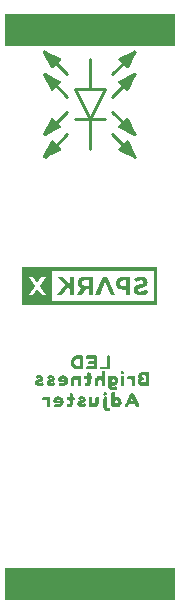
<source format=gbo>
G04 EAGLE Gerber RS-274X export*
G75*
%MOMM*%
%FSLAX34Y34*%
%LPD*%
%INSilkscreen Bottom*%
%IPPOS*%
%AMOC8*
5,1,8,0,0,1.08239X$1,22.5*%
G01*
%ADD10C,0.254000*%
%ADD11R,14.478000X2.667000*%

G36*
X15227Y249563D02*
X15227Y249563D01*
X15234Y249569D01*
X15240Y249562D01*
X129540Y249562D01*
X129587Y249598D01*
X129582Y249605D01*
X129589Y249611D01*
X129589Y281249D01*
X129553Y281297D01*
X129546Y281291D01*
X129540Y281298D01*
X15240Y281298D01*
X15193Y281262D01*
X15198Y281255D01*
X15191Y281249D01*
X15191Y249611D01*
X15227Y249563D01*
G37*
%LPC*%
G36*
X126553Y278262D02*
X126553Y278262D01*
X126553Y252598D01*
X40824Y252598D01*
X40824Y278262D01*
X126553Y278262D01*
G37*
%LPD*%
G36*
X65583Y257732D02*
X65583Y257732D01*
X65596Y257733D01*
X68862Y262615D01*
X71438Y262615D01*
X71438Y257760D01*
X71474Y257713D01*
X71481Y257719D01*
X71487Y257711D01*
X74859Y257711D01*
X74906Y257747D01*
X74901Y257755D01*
X74908Y257760D01*
X74908Y273088D01*
X74872Y273136D01*
X74865Y273130D01*
X74859Y273137D01*
X67852Y273137D01*
X67850Y273136D01*
X67849Y273137D01*
X66555Y273053D01*
X66551Y273050D01*
X66548Y273052D01*
X65406Y272802D01*
X65402Y272797D01*
X65397Y272799D01*
X64408Y272382D01*
X64404Y272375D01*
X64399Y272377D01*
X63561Y271791D01*
X63558Y271783D01*
X63552Y271784D01*
X62886Y271049D01*
X62885Y271040D01*
X62879Y271039D01*
X62404Y270173D01*
X62405Y270165D01*
X62400Y270163D01*
X62365Y270039D01*
X62364Y270039D01*
X62364Y270038D01*
X62197Y269448D01*
X62127Y269201D01*
X62116Y269166D01*
X62118Y269158D01*
X62114Y269155D01*
X62020Y268029D01*
X62021Y268026D01*
X62019Y268025D01*
X62019Y267979D01*
X62023Y267975D01*
X62020Y267972D01*
X62250Y266286D01*
X62258Y266277D01*
X62255Y266270D01*
X62939Y264928D01*
X62950Y264922D01*
X62949Y264915D01*
X63997Y263904D01*
X64007Y263902D01*
X64008Y263896D01*
X65289Y263218D01*
X61571Y257788D01*
X61571Y257779D01*
X61564Y257774D01*
X61572Y257763D01*
X61574Y257729D01*
X61597Y257730D01*
X61612Y257711D01*
X65555Y257711D01*
X65583Y257732D01*
G37*
G36*
X106842Y257770D02*
X106842Y257770D01*
X106836Y257778D01*
X106844Y257783D01*
X106844Y273111D01*
X106808Y273158D01*
X106800Y273153D01*
X106794Y273160D01*
X100531Y273160D01*
X100528Y273158D01*
X100527Y273160D01*
X99215Y273060D01*
X99210Y273056D01*
X99207Y273058D01*
X98050Y272770D01*
X98045Y272765D01*
X98041Y272767D01*
X97039Y272301D01*
X97036Y272294D01*
X97030Y272296D01*
X96192Y271676D01*
X96190Y271669D01*
X96184Y271669D01*
X95511Y270897D01*
X95511Y270889D01*
X95505Y270888D01*
X95012Y269980D01*
X95014Y269972D01*
X95008Y269970D01*
X94985Y269891D01*
X94957Y269792D01*
X94928Y269694D01*
X94899Y269595D01*
X94871Y269497D01*
X94842Y269398D01*
X94813Y269300D01*
X94785Y269202D01*
X94710Y268941D01*
X94712Y268935D01*
X94708Y268932D01*
X94607Y267800D01*
X94608Y267798D01*
X94606Y267796D01*
X94606Y267750D01*
X94619Y267734D01*
X94623Y267714D01*
X94739Y266515D01*
X94744Y266509D01*
X94741Y266504D01*
X95100Y265415D01*
X95107Y265410D01*
X95105Y265404D01*
X95678Y264477D01*
X95686Y264474D01*
X95685Y264468D01*
X96438Y263704D01*
X96446Y263703D01*
X96446Y263697D01*
X97357Y263107D01*
X97364Y263107D01*
X97365Y263102D01*
X98421Y262675D01*
X98427Y262677D01*
X98428Y262673D01*
X99602Y262416D01*
X99607Y262419D01*
X99609Y262415D01*
X100859Y262329D01*
X100861Y262331D01*
X100862Y262329D01*
X103373Y262329D01*
X103373Y257783D01*
X103409Y257736D01*
X103417Y257742D01*
X103422Y257734D01*
X106794Y257734D01*
X106842Y257770D01*
G37*
G36*
X49145Y257731D02*
X49145Y257731D01*
X49158Y257731D01*
X53879Y264211D01*
X55596Y262427D01*
X55596Y257760D01*
X55632Y257713D01*
X55639Y257719D01*
X55645Y257711D01*
X59017Y257711D01*
X59064Y257747D01*
X59059Y257755D01*
X59066Y257760D01*
X59066Y273088D01*
X59030Y273136D01*
X59023Y273130D01*
X59017Y273137D01*
X55645Y273137D01*
X55598Y273101D01*
X55602Y273095D01*
X55598Y273092D01*
X55599Y273090D01*
X55596Y273088D01*
X55596Y266516D01*
X53084Y269221D01*
X49463Y273122D01*
X49437Y273126D01*
X49436Y273128D01*
X49434Y273128D01*
X49427Y273137D01*
X45358Y273137D01*
X45348Y273130D01*
X45335Y273132D01*
X45333Y273118D01*
X45311Y273101D01*
X45327Y273080D01*
X45323Y273054D01*
X49065Y269154D01*
X51535Y266580D01*
X45033Y257790D01*
X45033Y257780D01*
X45025Y257774D01*
X45033Y257763D01*
X45033Y257730D01*
X45058Y257731D01*
X45072Y257711D01*
X49119Y257711D01*
X49145Y257731D01*
G37*
G36*
X34328Y392438D02*
X34328Y392438D01*
X34398Y392435D01*
X34486Y392454D01*
X34575Y392463D01*
X34641Y392487D01*
X34709Y392502D01*
X34858Y392565D01*
X47558Y398915D01*
X47561Y398917D01*
X47566Y398919D01*
X47580Y398928D01*
X47594Y398934D01*
X47678Y398995D01*
X47694Y399006D01*
X47822Y399092D01*
X47825Y399095D01*
X47829Y399097D01*
X47846Y399117D01*
X47851Y399121D01*
X47877Y399152D01*
X47930Y399212D01*
X48034Y399328D01*
X48036Y399332D01*
X48039Y399336D01*
X48109Y399472D01*
X48181Y399611D01*
X48182Y399615D01*
X48184Y399619D01*
X48218Y399769D01*
X48253Y399920D01*
X48253Y399925D01*
X48254Y399929D01*
X48249Y400084D01*
X48245Y400238D01*
X48244Y400243D01*
X48244Y400247D01*
X48201Y400396D01*
X48159Y400544D01*
X48157Y400548D01*
X48155Y400553D01*
X48077Y400686D01*
X47999Y400820D01*
X47996Y400823D01*
X47994Y400827D01*
X47888Y400948D01*
X41538Y407298D01*
X41534Y407300D01*
X41531Y407304D01*
X41454Y407363D01*
X41395Y407419D01*
X41349Y407444D01*
X41286Y407492D01*
X41282Y407494D01*
X41279Y407497D01*
X41165Y407545D01*
X41116Y407572D01*
X41082Y407581D01*
X40994Y407619D01*
X40990Y407620D01*
X40986Y407621D01*
X40840Y407643D01*
X40808Y407652D01*
X40775Y407654D01*
X40680Y407669D01*
X40676Y407668D01*
X40671Y407669D01*
X40519Y407653D01*
X40364Y407639D01*
X40359Y407637D01*
X40355Y407637D01*
X40211Y407584D01*
X40064Y407531D01*
X40061Y407529D01*
X40056Y407527D01*
X39930Y407440D01*
X39801Y407353D01*
X39798Y407349D01*
X39795Y407347D01*
X39773Y407322D01*
X39768Y407318D01*
X39730Y407273D01*
X39693Y407230D01*
X39591Y407114D01*
X39589Y407110D01*
X39586Y407107D01*
X39569Y407078D01*
X39565Y407073D01*
X39560Y407062D01*
X39505Y406968D01*
X33155Y394268D01*
X33132Y394202D01*
X33099Y394139D01*
X33079Y394052D01*
X33049Y393968D01*
X33043Y393898D01*
X33027Y393830D01*
X33029Y393740D01*
X33022Y393651D01*
X33033Y393582D01*
X33035Y393512D01*
X33059Y393425D01*
X33074Y393337D01*
X33102Y393273D01*
X33121Y393206D01*
X33166Y393128D01*
X33202Y393046D01*
X33246Y392991D01*
X33281Y392930D01*
X33344Y392867D01*
X33399Y392796D01*
X33454Y392754D01*
X33504Y392704D01*
X33580Y392657D01*
X33652Y392603D01*
X33716Y392576D01*
X33776Y392540D01*
X33862Y392514D01*
X33944Y392479D01*
X34014Y392468D01*
X34081Y392448D01*
X34170Y392445D01*
X34259Y392431D01*
X34328Y392438D01*
G37*
G36*
X34328Y373388D02*
X34328Y373388D01*
X34398Y373385D01*
X34486Y373404D01*
X34575Y373413D01*
X34641Y373437D01*
X34709Y373452D01*
X34858Y373515D01*
X47558Y379865D01*
X47561Y379867D01*
X47566Y379869D01*
X47580Y379878D01*
X47594Y379884D01*
X47678Y379945D01*
X47694Y379956D01*
X47822Y380042D01*
X47825Y380045D01*
X47829Y380047D01*
X47846Y380067D01*
X47851Y380071D01*
X47877Y380102D01*
X47930Y380162D01*
X48034Y380278D01*
X48036Y380282D01*
X48039Y380286D01*
X48109Y380422D01*
X48181Y380561D01*
X48182Y380565D01*
X48184Y380569D01*
X48218Y380719D01*
X48253Y380870D01*
X48253Y380875D01*
X48254Y380879D01*
X48249Y381034D01*
X48245Y381188D01*
X48244Y381193D01*
X48244Y381197D01*
X48201Y381346D01*
X48159Y381494D01*
X48157Y381498D01*
X48155Y381503D01*
X48077Y381636D01*
X47999Y381770D01*
X47996Y381773D01*
X47994Y381777D01*
X47888Y381898D01*
X41538Y388248D01*
X41534Y388250D01*
X41531Y388254D01*
X41454Y388313D01*
X41395Y388369D01*
X41349Y388394D01*
X41286Y388442D01*
X41282Y388444D01*
X41279Y388447D01*
X41165Y388495D01*
X41116Y388522D01*
X41082Y388531D01*
X40994Y388569D01*
X40990Y388570D01*
X40986Y388571D01*
X40840Y388593D01*
X40808Y388602D01*
X40775Y388604D01*
X40680Y388619D01*
X40676Y388618D01*
X40671Y388619D01*
X40519Y388603D01*
X40364Y388589D01*
X40359Y388587D01*
X40355Y388587D01*
X40211Y388534D01*
X40064Y388481D01*
X40061Y388479D01*
X40056Y388477D01*
X39930Y388390D01*
X39801Y388303D01*
X39798Y388299D01*
X39795Y388297D01*
X39773Y388272D01*
X39768Y388268D01*
X39730Y388223D01*
X39693Y388180D01*
X39591Y388064D01*
X39589Y388060D01*
X39586Y388057D01*
X39569Y388028D01*
X39565Y388023D01*
X39560Y388012D01*
X39505Y387918D01*
X33155Y375218D01*
X33132Y375152D01*
X33099Y375089D01*
X33079Y375002D01*
X33049Y374918D01*
X33043Y374848D01*
X33027Y374780D01*
X33029Y374690D01*
X33022Y374601D01*
X33033Y374532D01*
X33035Y374462D01*
X33059Y374375D01*
X33074Y374287D01*
X33102Y374223D01*
X33121Y374156D01*
X33166Y374078D01*
X33202Y373996D01*
X33246Y373941D01*
X33281Y373880D01*
X33344Y373817D01*
X33399Y373746D01*
X33454Y373704D01*
X33504Y373654D01*
X33580Y373607D01*
X33652Y373553D01*
X33716Y373526D01*
X33776Y373490D01*
X33862Y373464D01*
X33944Y373429D01*
X34014Y373418D01*
X34081Y373398D01*
X34170Y373395D01*
X34259Y373381D01*
X34328Y373388D01*
G37*
G36*
X110608Y392443D02*
X110608Y392443D01*
X110678Y392445D01*
X110765Y392469D01*
X110853Y392484D01*
X110917Y392512D01*
X110984Y392531D01*
X111062Y392576D01*
X111144Y392612D01*
X111199Y392656D01*
X111260Y392691D01*
X111324Y392754D01*
X111394Y392809D01*
X111436Y392864D01*
X111486Y392914D01*
X111533Y392990D01*
X111587Y393062D01*
X111614Y393126D01*
X111651Y393186D01*
X111676Y393272D01*
X111711Y393354D01*
X111722Y393424D01*
X111742Y393491D01*
X111745Y393580D01*
X111759Y393669D01*
X111752Y393738D01*
X111755Y393808D01*
X111736Y393896D01*
X111727Y393985D01*
X111703Y394051D01*
X111688Y394119D01*
X111625Y394268D01*
X105275Y406968D01*
X105273Y406971D01*
X105271Y406976D01*
X105184Y407104D01*
X105177Y407115D01*
X105123Y407201D01*
X105114Y407208D01*
X105099Y407232D01*
X105095Y407235D01*
X105093Y407239D01*
X104978Y407340D01*
X104904Y407406D01*
X104891Y407419D01*
X104889Y407420D01*
X104862Y407444D01*
X104858Y407446D01*
X104854Y407449D01*
X104718Y407519D01*
X104579Y407591D01*
X104575Y407592D01*
X104571Y407594D01*
X104421Y407628D01*
X104270Y407663D01*
X104265Y407663D01*
X104261Y407664D01*
X104163Y407661D01*
X104144Y407662D01*
X104133Y407662D01*
X104110Y407659D01*
X104106Y407659D01*
X103952Y407655D01*
X103947Y407654D01*
X103943Y407654D01*
X103844Y407625D01*
X103817Y407622D01*
X103776Y407606D01*
X103646Y407569D01*
X103642Y407567D01*
X103637Y407565D01*
X103562Y407521D01*
X103521Y407505D01*
X103466Y407465D01*
X103370Y407409D01*
X103367Y407406D01*
X103363Y407404D01*
X103275Y407326D01*
X103264Y407318D01*
X103259Y407312D01*
X103243Y407298D01*
X96893Y400948D01*
X96890Y400944D01*
X96886Y400941D01*
X96793Y400819D01*
X96698Y400696D01*
X96696Y400692D01*
X96693Y400689D01*
X96633Y400547D01*
X96571Y400404D01*
X96571Y400400D01*
X96569Y400396D01*
X96546Y400244D01*
X96521Y400090D01*
X96522Y400086D01*
X96521Y400081D01*
X96537Y399929D01*
X96551Y399774D01*
X96553Y399769D01*
X96553Y399765D01*
X96606Y399621D01*
X96659Y399474D01*
X96661Y399471D01*
X96663Y399466D01*
X96750Y399340D01*
X96813Y399247D01*
X96819Y399238D01*
X96820Y399237D01*
X96837Y399211D01*
X96841Y399208D01*
X96843Y399205D01*
X96960Y399103D01*
X96998Y399069D01*
X97050Y399020D01*
X97059Y399015D01*
X97076Y399001D01*
X97080Y398999D01*
X97083Y398996D01*
X97222Y398915D01*
X109922Y392565D01*
X109988Y392542D01*
X110051Y392509D01*
X110138Y392489D01*
X110222Y392459D01*
X110292Y392453D01*
X110360Y392437D01*
X110450Y392439D01*
X110539Y392432D01*
X110608Y392443D01*
G37*
G36*
X110608Y373393D02*
X110608Y373393D01*
X110678Y373395D01*
X110765Y373419D01*
X110853Y373434D01*
X110917Y373462D01*
X110984Y373481D01*
X111062Y373526D01*
X111144Y373562D01*
X111199Y373606D01*
X111260Y373641D01*
X111324Y373704D01*
X111394Y373759D01*
X111436Y373814D01*
X111486Y373864D01*
X111533Y373940D01*
X111587Y374012D01*
X111614Y374076D01*
X111651Y374136D01*
X111676Y374222D01*
X111711Y374304D01*
X111722Y374374D01*
X111742Y374441D01*
X111745Y374530D01*
X111759Y374619D01*
X111752Y374688D01*
X111755Y374758D01*
X111736Y374846D01*
X111727Y374935D01*
X111703Y375001D01*
X111688Y375069D01*
X111625Y375218D01*
X105275Y387918D01*
X105273Y387921D01*
X105271Y387926D01*
X105184Y388054D01*
X105177Y388065D01*
X105123Y388151D01*
X105114Y388158D01*
X105099Y388182D01*
X105095Y388185D01*
X105093Y388189D01*
X104978Y388290D01*
X104904Y388356D01*
X104891Y388369D01*
X104889Y388370D01*
X104862Y388394D01*
X104858Y388396D01*
X104854Y388399D01*
X104718Y388469D01*
X104579Y388541D01*
X104575Y388542D01*
X104571Y388544D01*
X104421Y388578D01*
X104270Y388613D01*
X104265Y388613D01*
X104261Y388614D01*
X104163Y388611D01*
X104144Y388612D01*
X104133Y388612D01*
X104110Y388609D01*
X104106Y388609D01*
X103952Y388605D01*
X103947Y388604D01*
X103943Y388604D01*
X103844Y388575D01*
X103817Y388572D01*
X103776Y388556D01*
X103646Y388519D01*
X103642Y388517D01*
X103637Y388515D01*
X103562Y388471D01*
X103521Y388455D01*
X103466Y388415D01*
X103370Y388359D01*
X103367Y388356D01*
X103363Y388354D01*
X103275Y388276D01*
X103264Y388268D01*
X103259Y388262D01*
X103243Y388248D01*
X96893Y381898D01*
X96890Y381894D01*
X96886Y381891D01*
X96793Y381769D01*
X96698Y381646D01*
X96696Y381642D01*
X96693Y381639D01*
X96633Y381497D01*
X96571Y381354D01*
X96571Y381350D01*
X96569Y381346D01*
X96546Y381194D01*
X96521Y381040D01*
X96522Y381036D01*
X96521Y381031D01*
X96537Y380879D01*
X96551Y380724D01*
X96553Y380719D01*
X96553Y380715D01*
X96606Y380571D01*
X96659Y380424D01*
X96661Y380421D01*
X96663Y380416D01*
X96750Y380290D01*
X96813Y380197D01*
X96819Y380188D01*
X96820Y380187D01*
X96837Y380161D01*
X96841Y380158D01*
X96843Y380155D01*
X96960Y380053D01*
X96998Y380019D01*
X97050Y379970D01*
X97059Y379965D01*
X97076Y379951D01*
X97080Y379949D01*
X97083Y379946D01*
X97222Y379865D01*
X109922Y373515D01*
X109988Y373492D01*
X110051Y373459D01*
X110138Y373439D01*
X110222Y373409D01*
X110292Y373403D01*
X110360Y373387D01*
X110450Y373389D01*
X110539Y373382D01*
X110608Y373393D01*
G37*
G36*
X40674Y449591D02*
X40674Y449591D01*
X40828Y449595D01*
X40833Y449596D01*
X40837Y449596D01*
X40986Y449639D01*
X41134Y449681D01*
X41138Y449683D01*
X41143Y449685D01*
X41276Y449763D01*
X41410Y449841D01*
X41413Y449844D01*
X41417Y449846D01*
X41538Y449953D01*
X47888Y456303D01*
X47890Y456306D01*
X47894Y456309D01*
X47983Y456426D01*
X48058Y456516D01*
X48065Y456531D01*
X48082Y456554D01*
X48084Y456558D01*
X48087Y456562D01*
X48147Y456703D01*
X48160Y456734D01*
X48193Y456803D01*
X48195Y456814D01*
X48209Y456846D01*
X48210Y456850D01*
X48211Y456854D01*
X48234Y457006D01*
X48245Y457076D01*
X48253Y457116D01*
X48253Y457122D01*
X48259Y457160D01*
X48258Y457164D01*
X48259Y457169D01*
X48243Y457321D01*
X48234Y457424D01*
X48233Y457433D01*
X48233Y457435D01*
X48229Y457476D01*
X48227Y457481D01*
X48227Y457485D01*
X48174Y457629D01*
X48121Y457776D01*
X48119Y457779D01*
X48117Y457784D01*
X48030Y457910D01*
X47943Y458039D01*
X47939Y458042D01*
X47937Y458045D01*
X47820Y458147D01*
X47704Y458249D01*
X47700Y458251D01*
X47697Y458254D01*
X47558Y458335D01*
X34858Y464685D01*
X34810Y464702D01*
X34774Y464722D01*
X34757Y464726D01*
X34729Y464741D01*
X34642Y464761D01*
X34558Y464791D01*
X34488Y464797D01*
X34420Y464813D01*
X34330Y464811D01*
X34241Y464818D01*
X34172Y464807D01*
X34102Y464805D01*
X34015Y464781D01*
X33927Y464766D01*
X33863Y464738D01*
X33796Y464719D01*
X33718Y464674D01*
X33636Y464638D01*
X33581Y464595D01*
X33520Y464559D01*
X33457Y464496D01*
X33386Y464441D01*
X33344Y464386D01*
X33294Y464336D01*
X33247Y464260D01*
X33193Y464189D01*
X33166Y464124D01*
X33130Y464064D01*
X33104Y463978D01*
X33069Y463896D01*
X33058Y463826D01*
X33038Y463759D01*
X33035Y463670D01*
X33029Y463632D01*
X33027Y463623D01*
X33027Y463621D01*
X33021Y463581D01*
X33028Y463512D01*
X33025Y463442D01*
X33044Y463356D01*
X33047Y463306D01*
X33050Y463295D01*
X33053Y463265D01*
X33077Y463199D01*
X33092Y463131D01*
X33141Y463015D01*
X33145Y463003D01*
X33148Y462998D01*
X33155Y462982D01*
X39505Y450282D01*
X39507Y450279D01*
X39509Y450274D01*
X39596Y450146D01*
X39682Y450018D01*
X39685Y450015D01*
X39687Y450011D01*
X39802Y449910D01*
X39918Y449806D01*
X39922Y449804D01*
X39926Y449801D01*
X40062Y449731D01*
X40201Y449659D01*
X40205Y449658D01*
X40209Y449656D01*
X40359Y449623D01*
X40510Y449587D01*
X40515Y449587D01*
X40519Y449587D01*
X40674Y449591D01*
G37*
G36*
X40674Y430541D02*
X40674Y430541D01*
X40828Y430545D01*
X40833Y430546D01*
X40837Y430546D01*
X40986Y430589D01*
X41134Y430631D01*
X41138Y430633D01*
X41143Y430635D01*
X41276Y430713D01*
X41410Y430791D01*
X41413Y430794D01*
X41417Y430796D01*
X41538Y430903D01*
X47888Y437253D01*
X47890Y437256D01*
X47894Y437259D01*
X47983Y437376D01*
X48058Y437466D01*
X48065Y437481D01*
X48082Y437504D01*
X48084Y437508D01*
X48087Y437512D01*
X48147Y437653D01*
X48160Y437684D01*
X48193Y437753D01*
X48195Y437764D01*
X48209Y437796D01*
X48210Y437800D01*
X48211Y437804D01*
X48234Y437956D01*
X48245Y438026D01*
X48253Y438066D01*
X48253Y438072D01*
X48259Y438110D01*
X48258Y438114D01*
X48259Y438119D01*
X48243Y438271D01*
X48234Y438374D01*
X48233Y438383D01*
X48233Y438385D01*
X48229Y438426D01*
X48227Y438431D01*
X48227Y438435D01*
X48174Y438579D01*
X48121Y438726D01*
X48119Y438729D01*
X48117Y438734D01*
X48030Y438860D01*
X47943Y438989D01*
X47939Y438992D01*
X47937Y438995D01*
X47820Y439097D01*
X47704Y439199D01*
X47700Y439201D01*
X47697Y439204D01*
X47558Y439285D01*
X34858Y445635D01*
X34810Y445652D01*
X34774Y445672D01*
X34757Y445676D01*
X34729Y445691D01*
X34642Y445711D01*
X34558Y445741D01*
X34488Y445747D01*
X34420Y445763D01*
X34330Y445761D01*
X34241Y445768D01*
X34172Y445757D01*
X34102Y445755D01*
X34015Y445731D01*
X33927Y445716D01*
X33863Y445688D01*
X33796Y445669D01*
X33718Y445624D01*
X33636Y445588D01*
X33581Y445545D01*
X33520Y445509D01*
X33457Y445446D01*
X33386Y445391D01*
X33344Y445336D01*
X33294Y445286D01*
X33247Y445210D01*
X33193Y445139D01*
X33166Y445074D01*
X33130Y445014D01*
X33104Y444928D01*
X33069Y444846D01*
X33058Y444776D01*
X33038Y444709D01*
X33035Y444620D01*
X33029Y444582D01*
X33027Y444573D01*
X33027Y444571D01*
X33021Y444531D01*
X33028Y444462D01*
X33025Y444392D01*
X33044Y444306D01*
X33047Y444256D01*
X33050Y444245D01*
X33053Y444215D01*
X33077Y444149D01*
X33092Y444081D01*
X33141Y443965D01*
X33145Y443953D01*
X33148Y443948D01*
X33155Y443932D01*
X39505Y431232D01*
X39507Y431229D01*
X39509Y431224D01*
X39596Y431096D01*
X39682Y430968D01*
X39685Y430965D01*
X39687Y430961D01*
X39802Y430860D01*
X39918Y430756D01*
X39922Y430754D01*
X39926Y430751D01*
X40062Y430681D01*
X40201Y430609D01*
X40205Y430608D01*
X40209Y430606D01*
X40359Y430573D01*
X40510Y430537D01*
X40515Y430537D01*
X40519Y430537D01*
X40674Y430541D01*
G37*
G36*
X104261Y430547D02*
X104261Y430547D01*
X104416Y430561D01*
X104421Y430563D01*
X104425Y430563D01*
X104569Y430616D01*
X104716Y430669D01*
X104719Y430671D01*
X104724Y430673D01*
X104850Y430760D01*
X104979Y430847D01*
X104982Y430851D01*
X104985Y430853D01*
X105087Y430970D01*
X105189Y431086D01*
X105191Y431090D01*
X105194Y431093D01*
X105275Y431232D01*
X111625Y443932D01*
X111648Y443998D01*
X111681Y444061D01*
X111687Y444086D01*
X111693Y444100D01*
X111704Y444157D01*
X111731Y444232D01*
X111737Y444302D01*
X111753Y444370D01*
X111752Y444406D01*
X111753Y444412D01*
X111751Y444445D01*
X111751Y444460D01*
X111758Y444549D01*
X111747Y444618D01*
X111745Y444688D01*
X111721Y444775D01*
X111706Y444863D01*
X111678Y444927D01*
X111659Y444994D01*
X111614Y445072D01*
X111578Y445154D01*
X111535Y445209D01*
X111499Y445270D01*
X111436Y445334D01*
X111381Y445404D01*
X111326Y445446D01*
X111276Y445496D01*
X111200Y445543D01*
X111129Y445597D01*
X111064Y445624D01*
X111004Y445661D01*
X110918Y445686D01*
X110836Y445721D01*
X110766Y445732D01*
X110699Y445752D01*
X110610Y445755D01*
X110521Y445769D01*
X110452Y445762D01*
X110382Y445765D01*
X110294Y445746D01*
X110205Y445737D01*
X110167Y445723D01*
X110159Y445722D01*
X110132Y445711D01*
X110071Y445698D01*
X109922Y445635D01*
X97222Y439285D01*
X97219Y439283D01*
X97214Y439281D01*
X97086Y439194D01*
X96958Y439109D01*
X96955Y439105D01*
X96951Y439103D01*
X96850Y438988D01*
X96746Y438872D01*
X96744Y438868D01*
X96741Y438864D01*
X96671Y438728D01*
X96599Y438589D01*
X96598Y438585D01*
X96596Y438581D01*
X96563Y438431D01*
X96527Y438280D01*
X96527Y438275D01*
X96527Y438271D01*
X96528Y438230D01*
X96527Y438227D01*
X96529Y438203D01*
X96531Y438116D01*
X96535Y437962D01*
X96536Y437957D01*
X96536Y437953D01*
X96546Y437918D01*
X96547Y437909D01*
X96565Y437854D01*
X96580Y437803D01*
X96621Y437656D01*
X96623Y437652D01*
X96625Y437647D01*
X96640Y437620D01*
X96645Y437607D01*
X96697Y437525D01*
X96703Y437514D01*
X96781Y437380D01*
X96784Y437377D01*
X96786Y437373D01*
X96810Y437347D01*
X96815Y437338D01*
X96827Y437327D01*
X96893Y437253D01*
X103243Y430903D01*
X103246Y430900D01*
X103249Y430896D01*
X103371Y430803D01*
X103494Y430708D01*
X103498Y430706D01*
X103502Y430703D01*
X103643Y430643D01*
X103786Y430581D01*
X103790Y430581D01*
X103794Y430579D01*
X103946Y430556D01*
X104100Y430531D01*
X104104Y430532D01*
X104109Y430531D01*
X104261Y430547D01*
G37*
G36*
X104261Y449597D02*
X104261Y449597D01*
X104416Y449611D01*
X104421Y449613D01*
X104425Y449613D01*
X104569Y449666D01*
X104716Y449719D01*
X104719Y449721D01*
X104724Y449723D01*
X104850Y449810D01*
X104979Y449897D01*
X104982Y449901D01*
X104985Y449903D01*
X105087Y450020D01*
X105189Y450136D01*
X105191Y450140D01*
X105194Y450143D01*
X105275Y450282D01*
X111625Y462982D01*
X111648Y463048D01*
X111681Y463111D01*
X111687Y463136D01*
X111693Y463150D01*
X111704Y463207D01*
X111731Y463282D01*
X111737Y463352D01*
X111753Y463420D01*
X111752Y463456D01*
X111753Y463462D01*
X111751Y463495D01*
X111751Y463510D01*
X111758Y463599D01*
X111747Y463668D01*
X111745Y463738D01*
X111721Y463825D01*
X111706Y463913D01*
X111678Y463977D01*
X111659Y464044D01*
X111614Y464122D01*
X111578Y464204D01*
X111535Y464259D01*
X111499Y464320D01*
X111436Y464384D01*
X111381Y464454D01*
X111326Y464496D01*
X111276Y464546D01*
X111200Y464593D01*
X111129Y464647D01*
X111064Y464674D01*
X111004Y464711D01*
X110918Y464736D01*
X110836Y464771D01*
X110766Y464782D01*
X110699Y464802D01*
X110610Y464805D01*
X110521Y464819D01*
X110452Y464812D01*
X110382Y464815D01*
X110294Y464796D01*
X110205Y464787D01*
X110167Y464773D01*
X110159Y464772D01*
X110132Y464761D01*
X110071Y464748D01*
X109922Y464685D01*
X97222Y458335D01*
X97219Y458333D01*
X97214Y458331D01*
X97086Y458244D01*
X96958Y458159D01*
X96955Y458155D01*
X96951Y458153D01*
X96850Y458038D01*
X96746Y457922D01*
X96744Y457918D01*
X96741Y457914D01*
X96671Y457778D01*
X96599Y457639D01*
X96598Y457635D01*
X96596Y457631D01*
X96563Y457481D01*
X96527Y457330D01*
X96527Y457325D01*
X96527Y457321D01*
X96528Y457280D01*
X96527Y457277D01*
X96529Y457253D01*
X96531Y457166D01*
X96535Y457012D01*
X96536Y457007D01*
X96536Y457003D01*
X96546Y456968D01*
X96547Y456959D01*
X96565Y456904D01*
X96580Y456853D01*
X96621Y456706D01*
X96623Y456702D01*
X96625Y456697D01*
X96640Y456670D01*
X96645Y456657D01*
X96697Y456575D01*
X96703Y456564D01*
X96781Y456430D01*
X96784Y456427D01*
X96786Y456423D01*
X96810Y456397D01*
X96815Y456388D01*
X96827Y456377D01*
X96893Y456303D01*
X103243Y449953D01*
X103246Y449950D01*
X103249Y449946D01*
X103371Y449853D01*
X103494Y449758D01*
X103498Y449756D01*
X103502Y449753D01*
X103643Y449693D01*
X103786Y449631D01*
X103790Y449631D01*
X103794Y449629D01*
X103946Y449606D01*
X104100Y449581D01*
X104104Y449582D01*
X104109Y449581D01*
X104261Y449597D01*
G37*
G36*
X115334Y257463D02*
X115334Y257463D01*
X115337Y257460D01*
X117074Y257612D01*
X117079Y257617D01*
X117083Y257614D01*
X118786Y258067D01*
X118790Y258073D01*
X118794Y258070D01*
X120403Y258834D01*
X120407Y258840D01*
X120412Y258839D01*
X121866Y259927D01*
X121873Y259954D01*
X121879Y259958D01*
X121876Y259963D01*
X121882Y259984D01*
X121872Y259987D01*
X121874Y259998D01*
X119885Y262387D01*
X119827Y262400D01*
X119826Y262393D01*
X119819Y262395D01*
X118754Y261628D01*
X117668Y261041D01*
X116517Y260668D01*
X115264Y260542D01*
X114339Y260641D01*
X113658Y260922D01*
X113237Y261360D01*
X113096Y261950D01*
X113096Y261984D01*
X113217Y262548D01*
X113658Y263000D01*
X114595Y263429D01*
X116158Y263885D01*
X116158Y263886D01*
X118273Y264526D01*
X118277Y264532D01*
X118282Y264529D01*
X119882Y265398D01*
X119886Y265407D01*
X119893Y265406D01*
X120475Y265982D01*
X120476Y265990D01*
X120482Y265991D01*
X120918Y266696D01*
X120917Y266702D01*
X120922Y266705D01*
X120921Y266706D01*
X120923Y266707D01*
X121196Y267572D01*
X121193Y267579D01*
X121198Y267582D01*
X121291Y268626D01*
X121289Y268629D01*
X121291Y268630D01*
X121291Y268676D01*
X121289Y268679D01*
X121291Y268681D01*
X121243Y269193D01*
X121196Y269685D01*
X121190Y269691D01*
X121193Y269696D01*
X120900Y270589D01*
X120893Y270594D01*
X120895Y270599D01*
X120424Y271380D01*
X120417Y271383D01*
X120418Y271388D01*
X119792Y272059D01*
X119784Y272060D01*
X119784Y272066D01*
X119007Y272603D01*
X119000Y272603D01*
X118998Y272607D01*
X118084Y273008D01*
X118078Y273006D01*
X118076Y273010D01*
X117047Y273258D01*
X117042Y273256D01*
X117039Y273259D01*
X115908Y273343D01*
X115903Y273340D01*
X115900Y273343D01*
X114282Y273216D01*
X114277Y273212D01*
X114274Y273215D01*
X112794Y272839D01*
X112790Y272834D01*
X112786Y272836D01*
X111434Y272228D01*
X111431Y272222D01*
X111427Y272224D01*
X110184Y271392D01*
X110178Y271374D01*
X110171Y271368D01*
X110175Y271363D01*
X110165Y271335D01*
X110174Y271332D01*
X110171Y271323D01*
X111662Y269160D01*
X111920Y268785D01*
X111977Y268767D01*
X111979Y268773D01*
X111984Y268770D01*
X112664Y269145D01*
X113992Y269876D01*
X114965Y270172D01*
X115938Y270272D01*
X116782Y270174D01*
X117382Y269893D01*
X117737Y269484D01*
X117809Y269177D01*
X117855Y268979D01*
X117855Y268944D01*
X117722Y268313D01*
X117226Y267838D01*
X116220Y267431D01*
X114588Y266975D01*
X114587Y266973D01*
X114586Y266974D01*
X112505Y266288D01*
X112501Y266282D01*
X112495Y266284D01*
X110964Y265369D01*
X110960Y265360D01*
X110953Y265361D01*
X110402Y264779D01*
X110401Y264771D01*
X110396Y264770D01*
X109998Y264095D01*
X109999Y264086D01*
X109993Y264084D01*
X109884Y263728D01*
X109752Y263294D01*
X109755Y263287D01*
X109751Y263285D01*
X109750Y263284D01*
X109671Y262348D01*
X109673Y262345D01*
X109671Y262344D01*
X109671Y262252D01*
X109673Y262250D01*
X109671Y262248D01*
X109774Y261176D01*
X109780Y261170D01*
X109776Y261165D01*
X110085Y260214D01*
X110092Y260209D01*
X110090Y260204D01*
X110585Y259392D01*
X110593Y259389D01*
X110592Y259383D01*
X111251Y258709D01*
X111259Y258708D01*
X111260Y258702D01*
X112078Y258176D01*
X112084Y258177D01*
X112086Y258172D01*
X113039Y257783D01*
X113045Y257785D01*
X113047Y257781D01*
X114129Y257540D01*
X114134Y257542D01*
X114137Y257539D01*
X115329Y257460D01*
X115334Y257463D01*
G37*
G36*
X65193Y194713D02*
X65193Y194713D01*
X65195Y194711D01*
X66195Y194811D01*
X66215Y194830D01*
X66228Y194829D01*
X66628Y195329D01*
X66629Y195337D01*
X66630Y195338D01*
X66629Y195340D01*
X66629Y195348D01*
X66639Y195354D01*
X66739Y196154D01*
X66737Y196158D01*
X66739Y196160D01*
X66739Y205560D01*
X66733Y205568D01*
X66737Y205574D01*
X66537Y206274D01*
X66518Y206288D01*
X66517Y206301D01*
X65917Y206701D01*
X65897Y206700D01*
X65890Y206709D01*
X61890Y206709D01*
X61886Y206706D01*
X61884Y206709D01*
X61084Y206609D01*
X61081Y206606D01*
X61078Y206608D01*
X60278Y206408D01*
X60273Y206402D01*
X60268Y206404D01*
X59468Y206004D01*
X59465Y205999D01*
X59461Y206000D01*
X58061Y205000D01*
X58058Y204989D01*
X58050Y204989D01*
X57050Y203589D01*
X57050Y203581D01*
X57045Y203579D01*
X56745Y202879D01*
X56745Y202878D01*
X56744Y202877D01*
X56444Y202077D01*
X56446Y202069D01*
X56441Y202065D01*
X56341Y201165D01*
X56343Y201162D01*
X56341Y201160D01*
X56341Y200360D01*
X56343Y200357D01*
X56341Y200355D01*
X56441Y199455D01*
X56447Y199448D01*
X56444Y199443D01*
X56744Y198643D01*
X56745Y198642D01*
X56745Y198641D01*
X57045Y197941D01*
X57047Y197939D01*
X57046Y197938D01*
X57446Y197138D01*
X57456Y197133D01*
X57455Y197125D01*
X58655Y195925D01*
X58661Y195924D01*
X58661Y195920D01*
X59361Y195420D01*
X59371Y195420D01*
X59373Y195414D01*
X60973Y194814D01*
X60981Y194816D01*
X60984Y194811D01*
X61784Y194711D01*
X61788Y194713D01*
X61790Y194711D01*
X65190Y194711D01*
X65193Y194713D01*
G37*
G36*
X120963Y180743D02*
X120963Y180743D01*
X120965Y180741D01*
X121965Y180841D01*
X121979Y180854D01*
X121991Y180852D01*
X122491Y181252D01*
X122495Y181267D01*
X122498Y181269D01*
X122496Y181272D01*
X122497Y181278D01*
X122509Y181285D01*
X122609Y182185D01*
X122607Y182188D01*
X122609Y182190D01*
X122609Y191590D01*
X122603Y191598D01*
X122607Y191604D01*
X122407Y192304D01*
X122386Y192319D01*
X122384Y192333D01*
X121684Y192733D01*
X121667Y192730D01*
X121660Y192739D01*
X116360Y192739D01*
X116350Y192732D01*
X116343Y192736D01*
X115543Y192436D01*
X115540Y192431D01*
X115536Y192433D01*
X114836Y192033D01*
X114832Y192024D01*
X114825Y192025D01*
X114225Y191425D01*
X114224Y191419D01*
X114220Y191419D01*
X113720Y190719D01*
X113720Y190709D01*
X113712Y190703D01*
X113713Y190702D01*
X113712Y190702D01*
X113512Y189902D01*
X113514Y189898D01*
X113511Y189896D01*
X113411Y189096D01*
X113415Y189089D01*
X113411Y189085D01*
X113511Y188185D01*
X113517Y188178D01*
X113514Y188173D01*
X113814Y187373D01*
X113821Y187368D01*
X113819Y187363D01*
X114000Y187091D01*
X113520Y186419D01*
X113520Y186409D01*
X113514Y186407D01*
X113214Y185607D01*
X113216Y185599D01*
X113211Y185596D01*
X113111Y184796D01*
X113113Y184793D01*
X113113Y184792D01*
X113111Y184790D01*
X113111Y183890D01*
X113116Y183883D01*
X113112Y183878D01*
X113312Y183078D01*
X113320Y183072D01*
X113317Y183066D01*
X113717Y182366D01*
X113724Y182363D01*
X113723Y182358D01*
X114323Y181658D01*
X114331Y181656D01*
X114331Y181650D01*
X115031Y181150D01*
X115041Y181150D01*
X115043Y181144D01*
X115843Y180844D01*
X115851Y180846D01*
X115854Y180841D01*
X116654Y180741D01*
X116658Y180743D01*
X116660Y180741D01*
X120960Y180741D01*
X120963Y180743D01*
G37*
%LPC*%
G36*
X20740Y257810D02*
X20740Y257810D01*
X24868Y263862D01*
X26036Y265574D01*
X26034Y265622D01*
X26036Y265629D01*
X20968Y273039D01*
X24677Y273039D01*
X27909Y268089D01*
X27913Y268088D01*
X27913Y268084D01*
X27923Y268084D01*
X27965Y268069D01*
X27972Y268088D01*
X27991Y268089D01*
X31200Y273039D01*
X35024Y273039D01*
X29955Y265583D01*
X29958Y265535D01*
X29956Y265528D01*
X31099Y263862D01*
X35252Y257810D01*
X31543Y257810D01*
X28094Y263045D01*
X28090Y263047D01*
X28090Y263051D01*
X28081Y263050D01*
X28038Y263065D01*
X28032Y263047D01*
X28012Y263045D01*
X24586Y257810D01*
X20740Y257810D01*
G37*
%LPD*%
G36*
X80794Y257740D02*
X80794Y257740D01*
X80802Y257742D01*
X85397Y269014D01*
X89992Y257742D01*
X90033Y257718D01*
X90038Y257711D01*
X93478Y257711D01*
X93481Y257714D01*
X93485Y257712D01*
X93489Y257719D01*
X93526Y257747D01*
X93514Y257763D01*
X93524Y257780D01*
X88661Y269207D01*
X86951Y273222D01*
X86912Y273245D01*
X86906Y273252D01*
X83797Y273252D01*
X83760Y273224D01*
X83752Y273222D01*
X82044Y269207D01*
X77180Y257780D01*
X77181Y257776D01*
X77177Y257774D01*
X77183Y257767D01*
X77194Y257722D01*
X77213Y257727D01*
X77225Y257711D01*
X80757Y257711D01*
X80794Y257740D01*
G37*
G36*
X76893Y194713D02*
X76893Y194713D01*
X76895Y194711D01*
X77895Y194811D01*
X77907Y194823D01*
X77917Y194819D01*
X78517Y195219D01*
X78524Y195237D01*
X78526Y195239D01*
X78525Y195241D01*
X78527Y195247D01*
X78539Y195254D01*
X78639Y196054D01*
X78637Y196058D01*
X78639Y196060D01*
X78639Y205460D01*
X78634Y205467D01*
X78638Y205472D01*
X78438Y206272D01*
X78418Y206288D01*
X78417Y206301D01*
X77817Y206701D01*
X77797Y206700D01*
X77790Y206709D01*
X70090Y206709D01*
X70074Y206697D01*
X70063Y206701D01*
X69463Y206301D01*
X69454Y206276D01*
X69442Y206271D01*
X69242Y205371D01*
X69245Y205363D01*
X69244Y205362D01*
X69246Y205359D01*
X69241Y205355D01*
X69341Y204355D01*
X69357Y204338D01*
X69355Y204325D01*
X69855Y203825D01*
X69878Y203822D01*
X69884Y203811D01*
X70684Y203711D01*
X70688Y203713D01*
X70690Y203711D01*
X74987Y203711D01*
X75641Y203617D01*
X75641Y202863D01*
X75547Y202109D01*
X72190Y202109D01*
X72182Y202103D01*
X72176Y202107D01*
X71476Y201907D01*
X71462Y201888D01*
X71449Y201887D01*
X71049Y201287D01*
X71050Y201279D01*
X71043Y201274D01*
X71049Y201266D01*
X71041Y201260D01*
X71041Y200160D01*
X71052Y200146D01*
X71047Y200136D01*
X71447Y199436D01*
X71472Y199425D01*
X71476Y199413D01*
X72176Y199213D01*
X72186Y199216D01*
X72190Y199211D01*
X75547Y199211D01*
X75641Y198457D01*
X75641Y197709D01*
X70590Y197709D01*
X70583Y197704D01*
X70578Y197708D01*
X69778Y197508D01*
X69764Y197490D01*
X69752Y197491D01*
X69352Y196991D01*
X69351Y196971D01*
X69341Y196964D01*
X69241Y195864D01*
X69247Y195854D01*
X69242Y195848D01*
X69442Y195048D01*
X69465Y195029D01*
X69468Y195016D01*
X70068Y194716D01*
X70084Y194719D01*
X70090Y194711D01*
X76890Y194711D01*
X76893Y194713D01*
G37*
G36*
X92565Y177048D02*
X92565Y177048D01*
X92572Y177042D01*
X93372Y177242D01*
X93375Y177246D01*
X93377Y177244D01*
X94177Y177544D01*
X94180Y177549D01*
X94184Y177547D01*
X95084Y178047D01*
X95087Y178053D01*
X95092Y178052D01*
X95692Y178552D01*
X95700Y178588D01*
X95709Y178597D01*
X95609Y179297D01*
X95601Y179305D01*
X95604Y179312D01*
X95204Y180112D01*
X95191Y180118D01*
X95192Y180128D01*
X94592Y180628D01*
X94569Y180629D01*
X94564Y180636D01*
X94551Y180636D01*
X94548Y180633D01*
X94543Y180636D01*
X93743Y180336D01*
X93741Y180333D01*
X93738Y180334D01*
X92945Y179938D01*
X92263Y179840D01*
X91488Y180034D01*
X91005Y180612D01*
X90809Y181495D01*
X90809Y181871D01*
X91325Y181355D01*
X91344Y181353D01*
X91348Y181342D01*
X92148Y181142D01*
X92152Y181144D01*
X92154Y181141D01*
X92954Y181041D01*
X92965Y181048D01*
X92972Y181042D01*
X93772Y181242D01*
X93778Y181250D01*
X93784Y181247D01*
X94484Y181647D01*
X94487Y181654D01*
X94492Y181653D01*
X95192Y182253D01*
X95193Y182258D01*
X95197Y182258D01*
X95797Y182958D01*
X95798Y182965D01*
X95803Y182966D01*
X96203Y183666D01*
X96202Y183672D01*
X96207Y183676D01*
X96206Y183677D01*
X96208Y183678D01*
X96408Y184478D01*
X96406Y184483D01*
X96409Y184485D01*
X96509Y185385D01*
X96505Y185392D01*
X96509Y185396D01*
X96409Y186196D01*
X96403Y186202D01*
X96406Y186207D01*
X96106Y187007D01*
X96101Y187010D01*
X96103Y187014D01*
X95703Y187714D01*
X95696Y187717D01*
X95697Y187722D01*
X95097Y188422D01*
X95089Y188424D01*
X95089Y188430D01*
X94389Y188930D01*
X94385Y188930D01*
X94384Y188933D01*
X93684Y189333D01*
X93671Y189331D01*
X93666Y189339D01*
X92866Y189439D01*
X92859Y189435D01*
X92855Y189439D01*
X91955Y189339D01*
X91946Y189330D01*
X91938Y189334D01*
X91144Y188937D01*
X90683Y188845D01*
X90301Y189417D01*
X90272Y189427D01*
X90265Y189439D01*
X89265Y189539D01*
X89254Y189532D01*
X89246Y189537D01*
X88546Y189337D01*
X88534Y189321D01*
X88522Y189322D01*
X88022Y188722D01*
X88021Y188702D01*
X88011Y188695D01*
X87911Y187795D01*
X87913Y187792D01*
X87911Y187790D01*
X87911Y181090D01*
X87913Y181087D01*
X87911Y181085D01*
X88011Y180185D01*
X88017Y180178D01*
X88014Y180173D01*
X88314Y179373D01*
X88322Y179368D01*
X88320Y179361D01*
X88820Y178661D01*
X88826Y178660D01*
X88825Y178655D01*
X89425Y178055D01*
X89435Y178054D01*
X89436Y178047D01*
X90136Y177647D01*
X90138Y177648D01*
X90138Y177646D01*
X90938Y177246D01*
X90950Y177248D01*
X90954Y177241D01*
X92554Y177041D01*
X92565Y177048D01*
G37*
G36*
X92701Y162969D02*
X92701Y162969D01*
X92709Y162965D01*
X93409Y163265D01*
X93416Y163276D01*
X93425Y163275D01*
X93725Y163575D01*
X93726Y163586D01*
X93728Y163588D01*
X93727Y163590D01*
X93727Y163594D01*
X93738Y163598D01*
X93743Y163618D01*
X93762Y163577D01*
X93763Y163569D01*
X94363Y163169D01*
X94375Y163170D01*
X94378Y163162D01*
X95178Y162962D01*
X95186Y162966D01*
X95190Y162961D01*
X96090Y162961D01*
X96101Y162969D01*
X96109Y162965D01*
X96809Y163265D01*
X96811Y163267D01*
X96812Y163266D01*
X97612Y163666D01*
X97618Y163679D01*
X97627Y163678D01*
X98227Y164378D01*
X98228Y164381D01*
X98230Y164381D01*
X98730Y165081D01*
X98730Y165085D01*
X98733Y165086D01*
X99133Y165786D01*
X99131Y165795D01*
X99138Y165798D01*
X99338Y166598D01*
X99334Y166606D01*
X99339Y166610D01*
X99339Y167510D01*
X99336Y167514D01*
X99339Y167516D01*
X99239Y168316D01*
X99233Y168322D01*
X99236Y168327D01*
X98936Y169127D01*
X98931Y169130D01*
X98933Y169134D01*
X98533Y169834D01*
X98526Y169837D01*
X98527Y169842D01*
X97927Y170542D01*
X97919Y170544D01*
X97919Y170550D01*
X97219Y171050D01*
X97213Y171050D01*
X97212Y171054D01*
X96412Y171454D01*
X96401Y171452D01*
X96397Y171459D01*
X95697Y171559D01*
X95689Y171554D01*
X95685Y171559D01*
X94785Y171459D01*
X94778Y171453D01*
X94773Y171456D01*
X93973Y171156D01*
X93971Y171153D01*
X93968Y171154D01*
X93639Y170990D01*
X93639Y174310D01*
X93636Y174314D01*
X93639Y174316D01*
X93539Y175116D01*
X93523Y175132D01*
X93525Y175145D01*
X93325Y175345D01*
X93306Y175347D01*
X93302Y175358D01*
X92502Y175558D01*
X92494Y175554D01*
X92490Y175559D01*
X91590Y175559D01*
X91576Y175548D01*
X91566Y175553D01*
X90866Y175153D01*
X90853Y175123D01*
X90841Y175116D01*
X90741Y174316D01*
X90743Y174312D01*
X90741Y174310D01*
X90741Y164110D01*
X90747Y164102D01*
X90743Y164096D01*
X90943Y163396D01*
X90962Y163382D01*
X90963Y163369D01*
X91563Y162969D01*
X91583Y162970D01*
X91590Y162961D01*
X92690Y162961D01*
X92701Y162969D01*
G37*
G36*
X104208Y162975D02*
X104208Y162975D01*
X104222Y162972D01*
X104822Y163472D01*
X104825Y163486D01*
X104834Y163488D01*
X105633Y165085D01*
X106031Y165683D01*
X106031Y165689D01*
X106035Y165689D01*
X106047Y165717D01*
X106048Y165717D01*
X106059Y165671D01*
X106078Y165676D01*
X106090Y165661D01*
X110260Y165661D01*
X111045Y164190D01*
X111344Y163393D01*
X111366Y163379D01*
X111368Y163366D01*
X112168Y162966D01*
X112193Y162971D01*
X112204Y162963D01*
X112904Y163163D01*
X112909Y163169D01*
X112914Y163167D01*
X113814Y163667D01*
X113823Y163688D01*
X113835Y163691D01*
X114135Y164391D01*
X114129Y164416D01*
X114136Y164427D01*
X113836Y165227D01*
X113833Y165229D01*
X113834Y165231D01*
X109734Y173731D01*
X109732Y173733D01*
X109733Y173734D01*
X109333Y174434D01*
X109319Y174440D01*
X109319Y174450D01*
X108619Y174950D01*
X108605Y174950D01*
X108602Y174958D01*
X107802Y175158D01*
X107778Y175148D01*
X107766Y175153D01*
X107066Y174753D01*
X107059Y174737D01*
X107048Y174735D01*
X106748Y174235D01*
X106748Y174232D01*
X106746Y174232D01*
X102646Y165832D01*
X102246Y165032D01*
X102247Y165024D01*
X102242Y165022D01*
X102042Y164222D01*
X102054Y164196D01*
X102049Y164183D01*
X102449Y163583D01*
X102465Y163577D01*
X102466Y163567D01*
X103366Y163067D01*
X103379Y163069D01*
X103384Y163061D01*
X104184Y162961D01*
X104208Y162975D01*
G37*
G36*
X78571Y180749D02*
X78571Y180749D01*
X78579Y180745D01*
X79279Y181045D01*
X79294Y181070D01*
X79297Y181072D01*
X79307Y181076D01*
X79320Y181121D01*
X79334Y181171D01*
X79376Y181318D01*
X79377Y181318D01*
X79376Y181318D01*
X79419Y181466D01*
X79433Y181515D01*
X79475Y181663D01*
X79507Y181776D01*
X79504Y181786D01*
X79509Y181790D01*
X79509Y185280D01*
X79798Y185954D01*
X80572Y186341D01*
X81344Y186341D01*
X82019Y185859D01*
X82311Y185081D01*
X82311Y181690D01*
X82319Y181679D01*
X82315Y181671D01*
X82615Y180971D01*
X82643Y180955D01*
X82648Y180942D01*
X83448Y180742D01*
X83459Y180747D01*
X83464Y180741D01*
X84564Y180841D01*
X84579Y180854D01*
X84591Y180852D01*
X85091Y181252D01*
X85095Y181267D01*
X85098Y181269D01*
X85096Y181272D01*
X85097Y181277D01*
X85109Y181284D01*
X85209Y182084D01*
X85207Y182088D01*
X85209Y182090D01*
X85209Y192390D01*
X85202Y192399D01*
X85207Y192406D01*
X85007Y193006D01*
X84981Y193023D01*
X84977Y193036D01*
X84177Y193336D01*
X84162Y193332D01*
X84156Y193339D01*
X83056Y193239D01*
X83043Y193227D01*
X83033Y193231D01*
X82433Y192831D01*
X82423Y192803D01*
X82411Y192796D01*
X82311Y191996D01*
X82313Y191992D01*
X82311Y191990D01*
X82311Y188670D01*
X81983Y188834D01*
X81284Y189233D01*
X81271Y189231D01*
X81266Y189239D01*
X80466Y189339D01*
X80459Y189335D01*
X80455Y189339D01*
X79555Y189239D01*
X79548Y189233D01*
X79543Y189236D01*
X78743Y188936D01*
X78738Y188929D01*
X78733Y188931D01*
X78133Y188531D01*
X78129Y188522D01*
X78123Y188522D01*
X77523Y187822D01*
X77522Y187815D01*
X77517Y187814D01*
X77117Y187114D01*
X77118Y187110D01*
X77115Y187108D01*
X77114Y187107D01*
X76814Y186307D01*
X76816Y186299D01*
X76811Y186296D01*
X76711Y185496D01*
X76711Y185495D01*
X76611Y184595D01*
X76613Y184592D01*
X76611Y184590D01*
X76611Y181990D01*
X76616Y181983D01*
X76612Y181978D01*
X76812Y181178D01*
X76832Y181162D01*
X76833Y181149D01*
X77433Y180749D01*
X77453Y180750D01*
X77460Y180741D01*
X78560Y180741D01*
X78571Y180749D01*
G37*
G36*
X50167Y180746D02*
X50167Y180746D01*
X50172Y180742D01*
X50972Y180942D01*
X50975Y180946D01*
X50977Y180944D01*
X51777Y181244D01*
X51779Y181247D01*
X51782Y181246D01*
X52582Y181646D01*
X52588Y181659D01*
X52598Y181658D01*
X53098Y182258D01*
X53098Y182264D01*
X53102Y182264D01*
X53602Y183064D01*
X53601Y183070D01*
X53605Y183071D01*
X53905Y183771D01*
X53904Y183778D01*
X53908Y183781D01*
X53906Y183783D01*
X53909Y183785D01*
X54009Y184685D01*
X54007Y184688D01*
X54009Y184690D01*
X54009Y185490D01*
X54007Y185493D01*
X54009Y185495D01*
X53909Y186395D01*
X53903Y186402D01*
X53906Y186407D01*
X53606Y187207D01*
X53601Y187210D01*
X53603Y187214D01*
X53203Y187914D01*
X53197Y187917D01*
X53198Y187922D01*
X52698Y188522D01*
X52689Y188524D01*
X52689Y188530D01*
X51989Y189030D01*
X51981Y189030D01*
X51979Y189035D01*
X51279Y189335D01*
X51278Y189335D01*
X51277Y189336D01*
X50477Y189636D01*
X50469Y189634D01*
X50465Y189639D01*
X49565Y189739D01*
X49559Y189735D01*
X49555Y189739D01*
X48555Y189639D01*
X48551Y189635D01*
X48548Y189638D01*
X47748Y189438D01*
X47742Y189430D01*
X47736Y189433D01*
X47036Y189033D01*
X47033Y189027D01*
X47028Y189028D01*
X46428Y188528D01*
X46426Y188519D01*
X46420Y188519D01*
X45920Y187819D01*
X45920Y187809D01*
X45914Y187807D01*
X45614Y187007D01*
X45616Y186999D01*
X45611Y186996D01*
X45511Y186196D01*
X45513Y186192D01*
X45511Y186190D01*
X45511Y185290D01*
X45527Y185269D01*
X45525Y185255D01*
X46125Y184655D01*
X46137Y184654D01*
X46138Y184646D01*
X46938Y184246D01*
X46954Y184249D01*
X46960Y184241D01*
X50352Y184241D01*
X50869Y184068D01*
X50333Y183532D01*
X49554Y183240D01*
X48666Y183339D01*
X47872Y183438D01*
X47077Y183736D01*
X47045Y183727D01*
X47033Y183731D01*
X46433Y183331D01*
X46428Y183317D01*
X46418Y183316D01*
X45918Y182516D01*
X45920Y182492D01*
X45911Y182483D01*
X46011Y181783D01*
X46024Y181771D01*
X46021Y181760D01*
X46321Y181360D01*
X46338Y181356D01*
X46341Y181345D01*
X47041Y181045D01*
X47047Y181046D01*
X47049Y181042D01*
X47949Y180842D01*
X47954Y180844D01*
X47956Y180841D01*
X49156Y180741D01*
X49159Y180743D01*
X49160Y180741D01*
X50160Y180741D01*
X50167Y180746D01*
G37*
G36*
X46297Y162966D02*
X46297Y162966D01*
X46302Y162962D01*
X47102Y163162D01*
X47105Y163166D01*
X47107Y163164D01*
X47907Y163464D01*
X47910Y163469D01*
X47914Y163467D01*
X48614Y163867D01*
X48618Y163876D01*
X48625Y163875D01*
X49225Y164475D01*
X49226Y164487D01*
X49234Y164488D01*
X49634Y165288D01*
X49634Y165290D01*
X49635Y165291D01*
X49935Y165991D01*
X49934Y165997D01*
X49938Y165999D01*
X50138Y166899D01*
X50135Y166907D01*
X50139Y166910D01*
X50139Y167710D01*
X50137Y167713D01*
X50139Y167715D01*
X50039Y168615D01*
X50033Y168622D01*
X50036Y168627D01*
X49736Y169427D01*
X49731Y169430D01*
X49733Y169434D01*
X49333Y170134D01*
X49324Y170138D01*
X49325Y170145D01*
X48725Y170745D01*
X48721Y170745D01*
X48722Y170748D01*
X48122Y171248D01*
X48111Y171248D01*
X48109Y171255D01*
X47409Y171555D01*
X47406Y171555D01*
X47406Y171557D01*
X46506Y171857D01*
X46498Y171854D01*
X46495Y171859D01*
X45595Y171959D01*
X45589Y171955D01*
X45585Y171959D01*
X44685Y171859D01*
X44681Y171855D01*
X44678Y171858D01*
X43878Y171658D01*
X43872Y171650D01*
X43866Y171653D01*
X43166Y171253D01*
X43164Y171249D01*
X43161Y171250D01*
X42461Y170750D01*
X42458Y170739D01*
X42450Y170739D01*
X41950Y170039D01*
X41950Y170025D01*
X41942Y170022D01*
X41742Y169222D01*
X41744Y169218D01*
X41741Y169216D01*
X41641Y168416D01*
X41643Y168412D01*
X41641Y168410D01*
X41641Y167510D01*
X41657Y167489D01*
X41655Y167475D01*
X42255Y166875D01*
X42265Y166874D01*
X42266Y166867D01*
X42966Y166467D01*
X42983Y166470D01*
X42990Y166461D01*
X46390Y166461D01*
X46437Y166497D01*
X46436Y166499D01*
X46438Y166500D01*
X46442Y166519D01*
X46468Y166466D01*
X46473Y166469D01*
X46474Y166463D01*
X46999Y166288D01*
X46463Y165752D01*
X45684Y165460D01*
X44796Y165559D01*
X44002Y165658D01*
X43207Y165956D01*
X43175Y165947D01*
X43163Y165951D01*
X42563Y165551D01*
X42558Y165537D01*
X42548Y165536D01*
X42048Y164736D01*
X42050Y164712D01*
X42041Y164703D01*
X42141Y164003D01*
X42154Y163991D01*
X42151Y163980D01*
X42451Y163580D01*
X42466Y163576D01*
X42468Y163566D01*
X43068Y163266D01*
X43077Y163268D01*
X43080Y163262D01*
X44080Y163062D01*
X44084Y163064D01*
X44086Y163061D01*
X45286Y162961D01*
X45289Y162963D01*
X45290Y162961D01*
X46290Y162961D01*
X46297Y162966D01*
G37*
G36*
X63971Y180749D02*
X63971Y180749D01*
X63979Y180745D01*
X64679Y181045D01*
X64694Y181070D01*
X64697Y181072D01*
X64707Y181076D01*
X64720Y181121D01*
X64734Y181171D01*
X64776Y181318D01*
X64777Y181318D01*
X64776Y181318D01*
X64819Y181466D01*
X64833Y181515D01*
X64875Y181663D01*
X64907Y181776D01*
X64904Y181786D01*
X64909Y181790D01*
X64909Y188690D01*
X64893Y188711D01*
X64895Y188725D01*
X64395Y189225D01*
X64372Y189228D01*
X64365Y189239D01*
X63465Y189339D01*
X63459Y189335D01*
X63455Y189339D01*
X62455Y189239D01*
X62433Y189218D01*
X62419Y189217D01*
X62038Y188646D01*
X61681Y188736D01*
X60989Y189230D01*
X60971Y189230D01*
X60966Y189239D01*
X60166Y189339D01*
X60159Y189335D01*
X60155Y189339D01*
X59255Y189239D01*
X59248Y189233D01*
X59243Y189236D01*
X58443Y188936D01*
X58440Y188931D01*
X58436Y188933D01*
X57736Y188533D01*
X57731Y188522D01*
X57723Y188522D01*
X57123Y187822D01*
X57122Y187815D01*
X57117Y187814D01*
X56717Y187114D01*
X56718Y187110D01*
X56715Y187109D01*
X56415Y186409D01*
X56417Y186399D01*
X56411Y186395D01*
X56211Y184595D01*
X56213Y184592D01*
X56211Y184590D01*
X56211Y181990D01*
X56217Y181982D01*
X56213Y181976D01*
X56413Y181276D01*
X56430Y181264D01*
X56429Y181252D01*
X56929Y180852D01*
X56949Y180851D01*
X56956Y180841D01*
X58056Y180741D01*
X58069Y180749D01*
X58077Y180744D01*
X58877Y181044D01*
X58891Y181066D01*
X58904Y181068D01*
X59204Y181668D01*
X59201Y181684D01*
X59209Y181690D01*
X59209Y185085D01*
X59403Y185958D01*
X60076Y186342D01*
X60851Y186439D01*
X61625Y186053D01*
X62011Y185377D01*
X62011Y181890D01*
X62017Y181882D01*
X62013Y181876D01*
X62213Y181176D01*
X62230Y181164D01*
X62229Y181152D01*
X62729Y180752D01*
X62752Y180751D01*
X62760Y180741D01*
X63960Y180741D01*
X63971Y180749D01*
G37*
G36*
X72995Y162967D02*
X72995Y162967D01*
X73001Y162962D01*
X73901Y163162D01*
X73921Y163185D01*
X73934Y163188D01*
X74212Y163744D01*
X74567Y163566D01*
X75266Y163167D01*
X75275Y163169D01*
X75278Y163162D01*
X76078Y162962D01*
X76090Y162967D01*
X76095Y162961D01*
X76995Y163061D01*
X76999Y163065D01*
X77002Y163062D01*
X77802Y163262D01*
X77810Y163273D01*
X77819Y163270D01*
X78519Y163770D01*
X78521Y163779D01*
X78528Y163778D01*
X79028Y164378D01*
X79028Y164384D01*
X79032Y164384D01*
X79532Y165184D01*
X79531Y165190D01*
X79535Y165191D01*
X79835Y165891D01*
X79833Y165899D01*
X79838Y165902D01*
X79837Y165904D01*
X79839Y165905D01*
X79939Y166805D01*
X79937Y166808D01*
X79939Y166810D01*
X79939Y170210D01*
X79936Y170214D01*
X79939Y170216D01*
X79839Y171016D01*
X79820Y171035D01*
X79821Y171048D01*
X79321Y171448D01*
X79301Y171449D01*
X79294Y171459D01*
X78194Y171559D01*
X78181Y171551D01*
X78173Y171556D01*
X77373Y171256D01*
X77356Y171230D01*
X77343Y171226D01*
X77143Y170626D01*
X77146Y170618D01*
X77141Y170615D01*
X77041Y169715D01*
X77043Y169712D01*
X77041Y169710D01*
X77041Y167117D01*
X77025Y167062D01*
X76983Y166914D01*
X76969Y166865D01*
X76927Y166717D01*
X76884Y166569D01*
X76870Y166520D01*
X76847Y166440D01*
X76174Y165959D01*
X75303Y165959D01*
X74629Y166345D01*
X74339Y167020D01*
X74339Y170510D01*
X74331Y170521D01*
X74335Y170529D01*
X74035Y171229D01*
X74013Y171242D01*
X74009Y171255D01*
X73309Y171555D01*
X73296Y171552D01*
X73290Y171559D01*
X72190Y171559D01*
X72174Y171547D01*
X72163Y171551D01*
X71563Y171151D01*
X71555Y171128D01*
X71543Y171124D01*
X71536Y171100D01*
X71494Y170953D01*
X71480Y170903D01*
X71438Y170756D01*
X71395Y170608D01*
X71381Y170559D01*
X71343Y170424D01*
X71346Y170414D01*
X71341Y170410D01*
X71341Y164410D01*
X71344Y164406D01*
X71341Y164404D01*
X71441Y163604D01*
X71457Y163588D01*
X71455Y163575D01*
X71955Y163075D01*
X71978Y163072D01*
X71985Y163061D01*
X72985Y162961D01*
X72995Y162967D01*
G37*
G36*
X88196Y194715D02*
X88196Y194715D01*
X88200Y194712D01*
X89200Y194912D01*
X89219Y194933D01*
X89232Y194935D01*
X89532Y195435D01*
X89531Y195450D01*
X89539Y195455D01*
X89639Y196355D01*
X89637Y196358D01*
X89639Y196360D01*
X89639Y205660D01*
X89633Y205668D01*
X89637Y205674D01*
X89437Y206374D01*
X89413Y206392D01*
X89409Y206405D01*
X88709Y206705D01*
X88696Y206702D01*
X88690Y206709D01*
X87590Y206709D01*
X87576Y206698D01*
X87566Y206703D01*
X86866Y206303D01*
X86855Y206278D01*
X86843Y206274D01*
X86836Y206249D01*
X86793Y206101D01*
X86779Y206052D01*
X86737Y205904D01*
X86695Y205756D01*
X86681Y205707D01*
X86643Y205574D01*
X86646Y205564D01*
X86641Y205560D01*
X86641Y197109D01*
X81590Y197109D01*
X81562Y197088D01*
X81549Y197087D01*
X81149Y196487D01*
X81150Y196471D01*
X81141Y196465D01*
X81041Y195565D01*
X81052Y195547D01*
X81047Y195536D01*
X81447Y194836D01*
X81477Y194823D01*
X81484Y194811D01*
X82284Y194711D01*
X82288Y194713D01*
X82290Y194711D01*
X88190Y194711D01*
X88196Y194715D01*
G37*
G36*
X30767Y180746D02*
X30767Y180746D01*
X30772Y180742D01*
X31572Y180942D01*
X31575Y180946D01*
X31577Y180944D01*
X32377Y181244D01*
X32380Y181249D01*
X32384Y181247D01*
X33084Y181647D01*
X33093Y181668D01*
X33105Y181671D01*
X33405Y182371D01*
X33399Y182398D01*
X33405Y182409D01*
X33105Y183109D01*
X33096Y183115D01*
X33097Y183122D01*
X32497Y183822D01*
X32468Y183828D01*
X32460Y183839D01*
X31760Y183839D01*
X31748Y183830D01*
X31740Y183835D01*
X30842Y183436D01*
X30054Y183140D01*
X29187Y183237D01*
X28939Y183567D01*
X29672Y183842D01*
X30565Y183941D01*
X30572Y183947D01*
X30577Y183944D01*
X31377Y184244D01*
X31380Y184249D01*
X31384Y184247D01*
X32084Y184647D01*
X32089Y184658D01*
X32097Y184658D01*
X32697Y185358D01*
X32698Y185369D01*
X32705Y185371D01*
X33005Y186071D01*
X33003Y186081D01*
X33009Y186085D01*
X33109Y186985D01*
X33107Y186988D01*
X33109Y186990D01*
X33109Y187790D01*
X33101Y187801D01*
X33105Y187809D01*
X32805Y188509D01*
X32794Y188516D01*
X32795Y188525D01*
X32295Y189025D01*
X32285Y189026D01*
X32284Y189033D01*
X31584Y189433D01*
X31575Y189431D01*
X31572Y189438D01*
X30772Y189638D01*
X30767Y189636D01*
X30764Y189639D01*
X29664Y189739D01*
X29658Y189735D01*
X29655Y189739D01*
X28755Y189639D01*
X28751Y189635D01*
X28748Y189638D01*
X27148Y189238D01*
X27136Y189223D01*
X27125Y189225D01*
X26525Y188625D01*
X26520Y188588D01*
X26518Y188586D01*
X26517Y188585D01*
X26512Y188578D01*
X26712Y187778D01*
X26725Y187768D01*
X26723Y187758D01*
X27323Y187058D01*
X27346Y187053D01*
X27352Y187041D01*
X27952Y186941D01*
X27961Y186946D01*
X27972Y186946D01*
X27975Y186948D01*
X27980Y186945D01*
X28873Y187342D01*
X29754Y187440D01*
X30496Y187162D01*
X30323Y186730D01*
X29350Y186438D01*
X28554Y186339D01*
X28548Y186333D01*
X28543Y186336D01*
X27743Y186036D01*
X27740Y186031D01*
X27736Y186033D01*
X27036Y185633D01*
X27032Y185624D01*
X27025Y185625D01*
X26425Y185025D01*
X26423Y185006D01*
X26412Y185002D01*
X26212Y184202D01*
X26216Y184194D01*
X26211Y184190D01*
X26211Y183290D01*
X26216Y183283D01*
X26212Y183278D01*
X26412Y182478D01*
X26420Y182472D01*
X26417Y182466D01*
X26817Y181766D01*
X26829Y181761D01*
X26828Y181752D01*
X27428Y181252D01*
X27439Y181252D01*
X27441Y181245D01*
X28141Y180945D01*
X28146Y180946D01*
X28148Y180942D01*
X28948Y180742D01*
X28956Y180746D01*
X28960Y180741D01*
X30760Y180741D01*
X30767Y180746D01*
G37*
G36*
X66497Y162966D02*
X66497Y162966D01*
X66502Y162962D01*
X67302Y163162D01*
X67305Y163166D01*
X67307Y163164D01*
X68107Y163464D01*
X68110Y163469D01*
X68114Y163467D01*
X68814Y163867D01*
X68823Y163888D01*
X68835Y163891D01*
X69135Y164591D01*
X69129Y164618D01*
X69135Y164629D01*
X68835Y165329D01*
X68826Y165335D01*
X68827Y165342D01*
X68227Y166042D01*
X68198Y166048D01*
X68190Y166059D01*
X67490Y166059D01*
X67478Y166050D01*
X67470Y166055D01*
X66572Y165656D01*
X65784Y165360D01*
X64917Y165457D01*
X64669Y165787D01*
X65402Y166062D01*
X66295Y166161D01*
X66302Y166167D01*
X66307Y166164D01*
X67107Y166464D01*
X67110Y166469D01*
X67114Y166467D01*
X67814Y166867D01*
X67819Y166878D01*
X67827Y166878D01*
X68427Y167578D01*
X68428Y167589D01*
X68435Y167591D01*
X68735Y168291D01*
X68733Y168301D01*
X68739Y168305D01*
X68839Y169205D01*
X68837Y169208D01*
X68839Y169210D01*
X68839Y170010D01*
X68831Y170021D01*
X68835Y170029D01*
X68535Y170729D01*
X68524Y170736D01*
X68525Y170745D01*
X68025Y171245D01*
X68015Y171246D01*
X68014Y171253D01*
X67314Y171653D01*
X67305Y171651D01*
X67302Y171658D01*
X66502Y171858D01*
X66497Y171856D01*
X66494Y171859D01*
X65394Y171959D01*
X65388Y171955D01*
X65385Y171959D01*
X64485Y171859D01*
X64481Y171855D01*
X64478Y171858D01*
X62878Y171458D01*
X62866Y171443D01*
X62855Y171445D01*
X62255Y170845D01*
X62250Y170808D01*
X62248Y170806D01*
X62247Y170805D01*
X62242Y170798D01*
X62442Y169998D01*
X62455Y169988D01*
X62453Y169978D01*
X63053Y169278D01*
X63076Y169273D01*
X63082Y169261D01*
X63682Y169161D01*
X63691Y169166D01*
X63702Y169166D01*
X63705Y169168D01*
X63710Y169165D01*
X64603Y169562D01*
X65484Y169660D01*
X66226Y169382D01*
X66053Y168950D01*
X65080Y168658D01*
X64284Y168559D01*
X64278Y168553D01*
X64273Y168556D01*
X63473Y168256D01*
X63470Y168251D01*
X63466Y168253D01*
X62766Y167853D01*
X62762Y167844D01*
X62755Y167845D01*
X62155Y167245D01*
X62153Y167226D01*
X62142Y167222D01*
X61942Y166422D01*
X61946Y166414D01*
X61941Y166410D01*
X61941Y165510D01*
X61946Y165503D01*
X61942Y165498D01*
X62142Y164698D01*
X62150Y164692D01*
X62147Y164686D01*
X62547Y163986D01*
X62559Y163981D01*
X62558Y163972D01*
X63158Y163472D01*
X63169Y163472D01*
X63171Y163465D01*
X63871Y163165D01*
X63876Y163166D01*
X63878Y163162D01*
X64678Y162962D01*
X64686Y162966D01*
X64690Y162961D01*
X66490Y162961D01*
X66497Y162966D01*
G37*
G36*
X40367Y180746D02*
X40367Y180746D01*
X40372Y180742D01*
X41172Y180942D01*
X41175Y180946D01*
X41177Y180944D01*
X41977Y181244D01*
X41979Y181247D01*
X41982Y181246D01*
X42782Y181646D01*
X42795Y181672D01*
X42807Y181676D01*
X42832Y181762D01*
X42846Y181811D01*
X42888Y181959D01*
X42930Y182106D01*
X42944Y182156D01*
X42986Y182303D01*
X42987Y182303D01*
X42986Y182303D01*
X43007Y182376D01*
X43000Y182394D01*
X43007Y182404D01*
X42807Y183104D01*
X42795Y183113D01*
X42797Y183122D01*
X42197Y183822D01*
X42168Y183828D01*
X42160Y183839D01*
X41360Y183839D01*
X41347Y183830D01*
X41338Y183834D01*
X40540Y183435D01*
X39753Y183140D01*
X38792Y183236D01*
X38627Y183565D01*
X39273Y183842D01*
X40265Y183941D01*
X40273Y183948D01*
X40279Y183945D01*
X40979Y184245D01*
X40981Y184247D01*
X40982Y184246D01*
X41782Y184646D01*
X41790Y184661D01*
X41800Y184661D01*
X42300Y185361D01*
X42300Y185365D01*
X42303Y185366D01*
X42703Y186066D01*
X42701Y186080D01*
X42709Y186085D01*
X42809Y186985D01*
X42805Y186992D01*
X42809Y186996D01*
X42709Y187796D01*
X42705Y187800D01*
X42707Y187804D01*
X42507Y188504D01*
X42493Y188514D01*
X42495Y188525D01*
X41995Y189025D01*
X41985Y189026D01*
X41984Y189033D01*
X41284Y189433D01*
X41274Y189431D01*
X41271Y189438D01*
X40371Y189638D01*
X40366Y189636D01*
X40364Y189639D01*
X39264Y189739D01*
X39258Y189735D01*
X39254Y189739D01*
X38454Y189639D01*
X38451Y189636D01*
X38448Y189638D01*
X36848Y189238D01*
X36836Y189223D01*
X36825Y189225D01*
X36225Y188625D01*
X36220Y188588D01*
X36218Y188586D01*
X36217Y188585D01*
X36212Y188578D01*
X36412Y187778D01*
X36425Y187768D01*
X36423Y187758D01*
X37023Y187058D01*
X37046Y187053D01*
X37052Y187041D01*
X37652Y186941D01*
X37661Y186946D01*
X37671Y186946D01*
X37675Y186949D01*
X37682Y186946D01*
X38474Y187342D01*
X39452Y187440D01*
X40096Y187164D01*
X39923Y186730D01*
X39049Y186438D01*
X38155Y186339D01*
X38148Y186333D01*
X38143Y186336D01*
X37343Y186036D01*
X37340Y186031D01*
X37336Y186033D01*
X36636Y185633D01*
X36631Y185621D01*
X36622Y185622D01*
X36122Y185022D01*
X36121Y185006D01*
X36112Y185002D01*
X35912Y184202D01*
X35916Y184194D01*
X35911Y184190D01*
X35911Y183290D01*
X35914Y183286D01*
X35911Y183284D01*
X36011Y182484D01*
X36021Y182474D01*
X36017Y182466D01*
X36417Y181766D01*
X36431Y181760D01*
X36431Y181750D01*
X37131Y181250D01*
X37139Y181250D01*
X37141Y181245D01*
X37841Y180945D01*
X37846Y180946D01*
X37848Y180942D01*
X38648Y180742D01*
X38656Y180746D01*
X38660Y180741D01*
X40360Y180741D01*
X40367Y180746D01*
G37*
G36*
X88600Y159270D02*
X88600Y159270D01*
X88609Y159265D01*
X89309Y159565D01*
X89322Y159587D01*
X89335Y159591D01*
X89635Y160291D01*
X89631Y160307D01*
X89639Y160314D01*
X89539Y161414D01*
X89529Y161426D01*
X89532Y161435D01*
X89232Y161935D01*
X89207Y161945D01*
X89202Y161958D01*
X88402Y162158D01*
X88401Y162157D01*
X88401Y162158D01*
X87515Y162355D01*
X87034Y162835D01*
X86839Y163616D01*
X86839Y170410D01*
X86834Y170417D01*
X86838Y170422D01*
X86638Y171222D01*
X86616Y171239D01*
X86614Y171253D01*
X85921Y171649D01*
X85001Y172661D01*
X85790Y172661D01*
X85800Y172668D01*
X85807Y172664D01*
X86607Y172964D01*
X86625Y172992D01*
X86637Y172996D01*
X86677Y173136D01*
X86691Y173185D01*
X86733Y173333D01*
X86734Y173333D01*
X86733Y173333D01*
X86776Y173481D01*
X86790Y173530D01*
X86832Y173678D01*
X86837Y173696D01*
X86834Y173706D01*
X86839Y173710D01*
X86839Y174610D01*
X86831Y174621D01*
X86835Y174629D01*
X86535Y175329D01*
X86507Y175345D01*
X86502Y175358D01*
X85702Y175558D01*
X85691Y175553D01*
X85686Y175559D01*
X84586Y175459D01*
X84571Y175446D01*
X84559Y175448D01*
X84059Y175048D01*
X84053Y175022D01*
X84041Y175015D01*
X83941Y174115D01*
X83945Y174108D01*
X83941Y174104D01*
X84041Y173304D01*
X84059Y173286D01*
X84058Y173272D01*
X84651Y172779D01*
X85218Y171643D01*
X84478Y171458D01*
X84462Y171438D01*
X84449Y171437D01*
X84049Y170837D01*
X84050Y170821D01*
X84041Y170815D01*
X83941Y169915D01*
X83943Y169912D01*
X83941Y169910D01*
X83941Y163210D01*
X83943Y163207D01*
X83941Y163205D01*
X84041Y162305D01*
X84048Y162297D01*
X84045Y162291D01*
X84345Y161591D01*
X84348Y161588D01*
X84347Y161586D01*
X84747Y160886D01*
X84756Y160882D01*
X84755Y160875D01*
X85355Y160275D01*
X85363Y160274D01*
X85364Y160268D01*
X86164Y159768D01*
X86170Y159769D01*
X86171Y159765D01*
X86871Y159465D01*
X86880Y159467D01*
X86884Y159461D01*
X87684Y159361D01*
X87685Y159361D01*
X88585Y159261D01*
X88600Y159270D01*
G37*
G36*
X55695Y163061D02*
X55695Y163061D01*
X55699Y163065D01*
X55702Y163062D01*
X56502Y163262D01*
X56508Y163270D01*
X56514Y163267D01*
X57214Y163667D01*
X57220Y163679D01*
X57228Y163679D01*
X57628Y164179D01*
X57629Y164189D01*
X57635Y164191D01*
X57935Y164891D01*
X57934Y164897D01*
X57938Y164899D01*
X58138Y165799D01*
X58136Y165803D01*
X58137Y165804D01*
X58135Y165807D01*
X58139Y165810D01*
X58139Y168376D01*
X59408Y168864D01*
X59426Y168893D01*
X59438Y168898D01*
X59638Y169698D01*
X59634Y169706D01*
X59639Y169710D01*
X59639Y170610D01*
X59628Y170624D01*
X59633Y170634D01*
X59233Y171334D01*
X59208Y171345D01*
X59204Y171357D01*
X58516Y171554D01*
X58139Y171930D01*
X58139Y173610D01*
X58130Y173623D01*
X58134Y173632D01*
X57834Y174232D01*
X57811Y174243D01*
X57807Y174256D01*
X57007Y174556D01*
X56992Y174552D01*
X56985Y174559D01*
X55985Y174459D01*
X55970Y174445D01*
X55958Y174448D01*
X55358Y173948D01*
X55353Y173923D01*
X55341Y173916D01*
X55241Y173116D01*
X55243Y173112D01*
X55241Y173110D01*
X55241Y171465D01*
X54395Y171559D01*
X54392Y171557D01*
X54390Y171559D01*
X53590Y171559D01*
X53574Y171547D01*
X53563Y171551D01*
X52963Y171151D01*
X52954Y171126D01*
X52942Y171121D01*
X52742Y170221D01*
X52745Y170214D01*
X52746Y170212D01*
X52748Y170207D01*
X52742Y170200D01*
X52942Y169200D01*
X52957Y169187D01*
X52955Y169175D01*
X53455Y168675D01*
X53478Y168672D01*
X53484Y168661D01*
X54284Y168561D01*
X54292Y168566D01*
X54296Y168561D01*
X55056Y168656D01*
X55241Y168102D01*
X55241Y166420D01*
X54956Y165756D01*
X54085Y165659D01*
X54077Y165652D01*
X54071Y165655D01*
X53371Y165355D01*
X53351Y165322D01*
X53341Y165315D01*
X53241Y164415D01*
X53245Y164409D01*
X53241Y164405D01*
X53341Y163505D01*
X53362Y163483D01*
X53363Y163469D01*
X53963Y163069D01*
X53979Y163070D01*
X53984Y163061D01*
X54784Y162961D01*
X54791Y162965D01*
X54795Y162961D01*
X55695Y163061D01*
G37*
G36*
X70765Y180841D02*
X70765Y180841D01*
X70769Y180845D01*
X70772Y180842D01*
X71572Y181042D01*
X71580Y181052D01*
X71587Y181049D01*
X72187Y181449D01*
X72191Y181459D01*
X72198Y181459D01*
X72598Y181959D01*
X72599Y181969D01*
X72605Y181971D01*
X72905Y182671D01*
X72904Y182677D01*
X72908Y182679D01*
X73108Y183579D01*
X73106Y183583D01*
X73107Y183584D01*
X73105Y183587D01*
X73109Y183590D01*
X73109Y186156D01*
X74378Y186644D01*
X74396Y186673D01*
X74408Y186678D01*
X74608Y187478D01*
X74604Y187486D01*
X74609Y187490D01*
X74609Y188390D01*
X74601Y188401D01*
X74605Y188409D01*
X74305Y189109D01*
X74277Y189125D01*
X74272Y189138D01*
X73485Y189334D01*
X73109Y189710D01*
X73109Y191390D01*
X73100Y191403D01*
X73104Y191412D01*
X72804Y192012D01*
X72781Y192023D01*
X72777Y192036D01*
X71977Y192336D01*
X71962Y192332D01*
X71955Y192339D01*
X70955Y192239D01*
X70940Y192225D01*
X70928Y192228D01*
X70328Y191728D01*
X70323Y191703D01*
X70311Y191696D01*
X70211Y190896D01*
X70213Y190892D01*
X70211Y190890D01*
X70211Y189245D01*
X69365Y189339D01*
X69362Y189337D01*
X69360Y189339D01*
X68660Y189339D01*
X68646Y189328D01*
X68636Y189333D01*
X67936Y188933D01*
X67923Y188902D01*
X67911Y188895D01*
X67811Y187995D01*
X67815Y187989D01*
X67811Y187985D01*
X67911Y186985D01*
X67927Y186968D01*
X67925Y186955D01*
X68425Y186455D01*
X68448Y186452D01*
X68454Y186441D01*
X69254Y186341D01*
X69262Y186346D01*
X69266Y186341D01*
X70026Y186436D01*
X70211Y185882D01*
X70211Y184200D01*
X69926Y183536D01*
X69055Y183439D01*
X69046Y183430D01*
X69038Y183434D01*
X68438Y183134D01*
X68424Y183106D01*
X68412Y183101D01*
X68212Y182201D01*
X68217Y182190D01*
X68211Y182185D01*
X68311Y181285D01*
X68332Y181263D01*
X68333Y181249D01*
X68933Y180849D01*
X68949Y180850D01*
X68954Y180841D01*
X69754Y180741D01*
X69761Y180745D01*
X69765Y180741D01*
X70765Y180841D01*
G37*
G36*
X37692Y162965D02*
X37692Y162965D01*
X37696Y162961D01*
X38496Y163061D01*
X38519Y163084D01*
X38533Y163086D01*
X38933Y163786D01*
X38930Y163803D01*
X38939Y163810D01*
X38939Y170610D01*
X38930Y170623D01*
X38934Y170632D01*
X38634Y171232D01*
X38613Y171243D01*
X38609Y171255D01*
X37909Y171555D01*
X37896Y171552D01*
X37890Y171559D01*
X36790Y171559D01*
X36774Y171547D01*
X36763Y171551D01*
X36163Y171151D01*
X36160Y171144D01*
X36155Y171145D01*
X35885Y170874D01*
X35219Y171350D01*
X35209Y171350D01*
X35207Y171356D01*
X34407Y171656D01*
X34395Y171653D01*
X34390Y171659D01*
X33590Y171659D01*
X33583Y171654D01*
X33578Y171658D01*
X32778Y171458D01*
X32761Y171436D01*
X32747Y171434D01*
X32347Y170734D01*
X32350Y170717D01*
X32341Y170710D01*
X32341Y169810D01*
X32350Y169797D01*
X32346Y169788D01*
X32746Y168988D01*
X32762Y168980D01*
X32763Y168969D01*
X33363Y168569D01*
X33391Y168571D01*
X33402Y168562D01*
X34199Y168762D01*
X34981Y168859D01*
X35751Y168475D01*
X36041Y167701D01*
X36041Y163610D01*
X36059Y163586D01*
X36058Y163572D01*
X36658Y163072D01*
X36679Y163071D01*
X36685Y163061D01*
X37685Y162961D01*
X37692Y162965D01*
G37*
G36*
X109362Y180745D02*
X109362Y180745D01*
X109366Y180741D01*
X110166Y180841D01*
X110189Y180864D01*
X110203Y180866D01*
X110603Y181566D01*
X110600Y181583D01*
X110609Y181590D01*
X110609Y188390D01*
X110602Y188399D01*
X110607Y188406D01*
X110407Y189006D01*
X110381Y189023D01*
X110377Y189036D01*
X109577Y189336D01*
X109565Y189333D01*
X109560Y189339D01*
X108460Y189339D01*
X108444Y189327D01*
X108433Y189331D01*
X107833Y188931D01*
X107828Y188918D01*
X107819Y188917D01*
X107647Y188660D01*
X106989Y189130D01*
X106978Y189130D01*
X106976Y189137D01*
X106076Y189437D01*
X106065Y189433D01*
X106060Y189439D01*
X105260Y189439D01*
X105253Y189434D01*
X105248Y189438D01*
X104448Y189238D01*
X104431Y189216D01*
X104417Y189214D01*
X104017Y188514D01*
X104020Y188493D01*
X104011Y188485D01*
X104111Y187585D01*
X104117Y187578D01*
X104114Y187573D01*
X104414Y186773D01*
X104434Y186760D01*
X104436Y186747D01*
X105136Y186347D01*
X105163Y186351D01*
X105174Y186343D01*
X105870Y186542D01*
X106750Y186639D01*
X107420Y186256D01*
X107711Y185481D01*
X107711Y182190D01*
X107714Y182186D01*
X107711Y182184D01*
X107811Y181384D01*
X107827Y181368D01*
X107825Y181355D01*
X108325Y180855D01*
X108348Y180852D01*
X108355Y180841D01*
X109355Y180741D01*
X109362Y180745D01*
G37*
G36*
X100964Y180841D02*
X100964Y180841D01*
X100982Y180857D01*
X100995Y180855D01*
X101495Y181355D01*
X101496Y181366D01*
X101498Y181368D01*
X101497Y181370D01*
X101498Y181378D01*
X101509Y181384D01*
X101609Y182184D01*
X101607Y182188D01*
X101609Y182190D01*
X101609Y187890D01*
X101606Y187894D01*
X101609Y187896D01*
X101509Y188696D01*
X101493Y188712D01*
X101495Y188725D01*
X100995Y189225D01*
X100972Y189228D01*
X100965Y189239D01*
X99965Y189339D01*
X99958Y189335D01*
X99955Y189339D01*
X99055Y189239D01*
X99027Y189212D01*
X99015Y189209D01*
X98715Y188509D01*
X98718Y188496D01*
X98711Y188490D01*
X98711Y181690D01*
X98719Y181679D01*
X98715Y181671D01*
X99015Y180971D01*
X99043Y180955D01*
X99048Y180942D01*
X99848Y180742D01*
X99859Y180747D01*
X99864Y180741D01*
X100964Y180841D01*
G37*
%LPC*%
G36*
X68073Y265696D02*
X68073Y265696D01*
X66979Y265846D01*
X66183Y266279D01*
X65697Y266956D01*
X65536Y267824D01*
X65536Y267849D01*
X65705Y268793D01*
X65985Y269158D01*
X66216Y269460D01*
X67037Y269863D01*
X68141Y269998D01*
X71438Y269998D01*
X71438Y265696D01*
X68073Y265696D01*
G37*
%LPD*%
%LPC*%
G36*
X61123Y197685D02*
X61123Y197685D01*
X61125Y197695D01*
X59732Y199087D01*
X59438Y199872D01*
X59340Y200760D01*
X59438Y201548D01*
X59733Y202335D01*
X60224Y202924D01*
X60913Y203416D01*
X61699Y203711D01*
X63370Y203711D01*
X63741Y203340D01*
X63741Y198264D01*
X63648Y197709D01*
X61190Y197709D01*
X61152Y197680D01*
X61144Y197678D01*
X61134Y197652D01*
X61123Y197685D01*
G37*
%LPD*%
%LPC*%
G36*
X100740Y265411D02*
X100740Y265411D01*
X99629Y265573D01*
X98805Y266061D01*
X98292Y266796D01*
X98122Y267686D01*
X98122Y267723D01*
X98301Y268707D01*
X98643Y269158D01*
X98837Y269415D01*
X99683Y269853D01*
X100808Y269998D01*
X103362Y269998D01*
X103362Y265411D01*
X100740Y265411D01*
G37*
%LPD*%
%LPC*%
G36*
X116967Y183739D02*
X116967Y183739D01*
X116299Y183930D01*
X116011Y184793D01*
X116105Y185266D01*
X116583Y185743D01*
X117465Y185841D01*
X117469Y185845D01*
X117472Y185842D01*
X118272Y186042D01*
X118297Y186074D01*
X118308Y186078D01*
X118508Y186878D01*
X118506Y186883D01*
X118506Y186884D01*
X118505Y186885D01*
X118501Y186893D01*
X118508Y186901D01*
X118308Y187801D01*
X118285Y187821D01*
X118282Y187834D01*
X117682Y188134D01*
X117669Y188132D01*
X117665Y188139D01*
X116692Y188236D01*
X116412Y188796D01*
X116601Y189549D01*
X117366Y189741D01*
X119048Y189741D01*
X119611Y189460D01*
X119611Y184393D01*
X119517Y183739D01*
X116967Y183739D01*
G37*
%LPD*%
G36*
X100965Y190541D02*
X100965Y190541D01*
X100984Y190559D01*
X100998Y190558D01*
X101498Y191158D01*
X101498Y191166D01*
X101499Y191166D01*
X101498Y191167D01*
X101499Y191178D01*
X101509Y191184D01*
X101609Y191984D01*
X101602Y191995D01*
X101608Y192002D01*
X101408Y192802D01*
X101390Y192816D01*
X101391Y192828D01*
X100891Y193228D01*
X100871Y193229D01*
X100864Y193239D01*
X99764Y193339D01*
X99751Y193331D01*
X99743Y193336D01*
X98943Y193036D01*
X98926Y193010D01*
X98913Y193006D01*
X98713Y192406D01*
X98717Y192395D01*
X98711Y192390D01*
X98711Y191390D01*
X98717Y191382D01*
X98713Y191376D01*
X98913Y190676D01*
X98940Y190656D01*
X98944Y190643D01*
X99244Y190543D01*
X99251Y190546D01*
X99254Y190541D01*
X100054Y190441D01*
X100061Y190445D01*
X100065Y190441D01*
X100965Y190541D01*
G37*
%LPC*%
G36*
X95093Y165959D02*
X95093Y165959D01*
X94318Y166056D01*
X93837Y166728D01*
X93741Y167503D01*
X94028Y168174D01*
X94799Y168559D01*
X95572Y168463D01*
X96247Y167980D01*
X96439Y167309D01*
X96246Y166535D01*
X95670Y165959D01*
X95093Y165959D01*
G37*
%LPD*%
%LPC*%
G36*
X91894Y184026D02*
X91894Y184026D01*
X91886Y184024D01*
X91884Y184033D01*
X91200Y184424D01*
X90912Y185192D01*
X90929Y185252D01*
X90971Y185400D01*
X90985Y185449D01*
X91027Y185597D01*
X91028Y185597D01*
X91027Y185597D01*
X91070Y185745D01*
X91084Y185794D01*
X91104Y185866D01*
X91685Y186544D01*
X92450Y186639D01*
X93124Y186254D01*
X93512Y185574D01*
X93608Y184808D01*
X93327Y184527D01*
X92742Y184039D01*
X91960Y184039D01*
X91930Y184017D01*
X91918Y184015D01*
X91900Y183986D01*
X91894Y184026D01*
G37*
%LPD*%
%LPC*%
G36*
X48972Y185839D02*
X48972Y185839D01*
X48422Y186114D01*
X48697Y186849D01*
X49460Y187039D01*
X50233Y186846D01*
X50801Y186183D01*
X50630Y185839D01*
X48972Y185839D01*
G37*
%LPD*%
%LPC*%
G36*
X46712Y168054D02*
X46712Y168054D01*
X46699Y168047D01*
X46690Y168059D01*
X45102Y168059D01*
X44552Y168334D01*
X44827Y169069D01*
X45589Y169259D01*
X46264Y169066D01*
X46930Y168400D01*
X46746Y168032D01*
X46748Y168023D01*
X46742Y168020D01*
X46738Y168001D01*
X46712Y168054D01*
G37*
%LPD*%
%LPC*%
G36*
X107165Y168159D02*
X107165Y168159D01*
X107435Y168791D01*
X108098Y170210D01*
X108247Y169986D01*
X108935Y168511D01*
X108760Y168159D01*
X107165Y168159D01*
G37*
%LPD*%
D10*
X72390Y457200D02*
X72390Y431800D01*
X72390Y406400D02*
X72390Y381000D01*
X72390Y406400D02*
X85090Y431800D01*
X59690Y431800D01*
X72390Y406400D01*
X85090Y406400D01*
X72390Y406400D02*
X59690Y406400D01*
X53340Y425450D02*
X34290Y444500D01*
X53340Y444500D02*
X34290Y463550D01*
X91440Y412750D02*
X110490Y393700D01*
X91440Y393700D02*
X110490Y374650D01*
X53340Y412750D02*
X34290Y393700D01*
X53340Y393700D02*
X34290Y374650D01*
X91440Y425450D02*
X110490Y444500D01*
X91440Y444500D02*
X110490Y463550D01*
D11*
X72390Y481965D03*
X72390Y13335D03*
M02*

</source>
